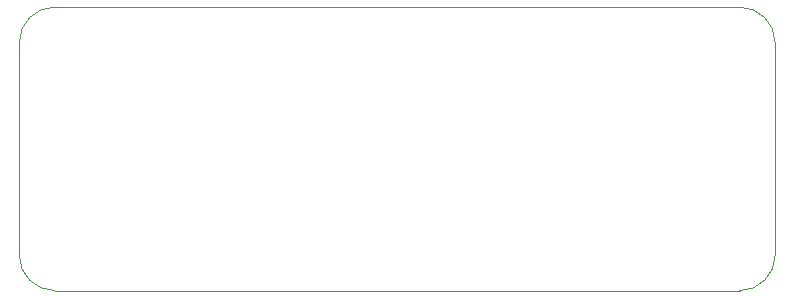
<source format=gbr>
%TF.GenerationSoftware,KiCad,Pcbnew,8.0.3*%
%TF.CreationDate,2024-07-03T16:09:19+02:00*%
%TF.ProjectId,dev_board,6465765f-626f-4617-9264-2e6b69636164,rev?*%
%TF.SameCoordinates,Original*%
%TF.FileFunction,Profile,NP*%
%FSLAX46Y46*%
G04 Gerber Fmt 4.6, Leading zero omitted, Abs format (unit mm)*
G04 Created by KiCad (PCBNEW 8.0.3) date 2024-07-03 16:09:19*
%MOMM*%
%LPD*%
G01*
G04 APERTURE LIST*
%TA.AperFunction,Profile*%
%ADD10C,0.050000*%
%TD*%
G04 APERTURE END LIST*
D10*
X114000000Y-91000000D02*
X172000000Y-91000000D01*
X114000000Y-115000000D02*
G75*
G02*
X111000000Y-112000000I0J3000000D01*
G01*
X172000000Y-91000000D02*
G75*
G02*
X175000000Y-94000000I0J-3000000D01*
G01*
X114000000Y-115000000D02*
X172000000Y-115000000D01*
X111000000Y-94000000D02*
G75*
G02*
X114000000Y-91000000I3000000J0D01*
G01*
X111000000Y-94000000D02*
X111000000Y-112000000D01*
X175000000Y-112000000D02*
X175000000Y-94000000D01*
X175000000Y-112000000D02*
G75*
G02*
X172000000Y-115000000I-3000000J0D01*
G01*
M02*

</source>
